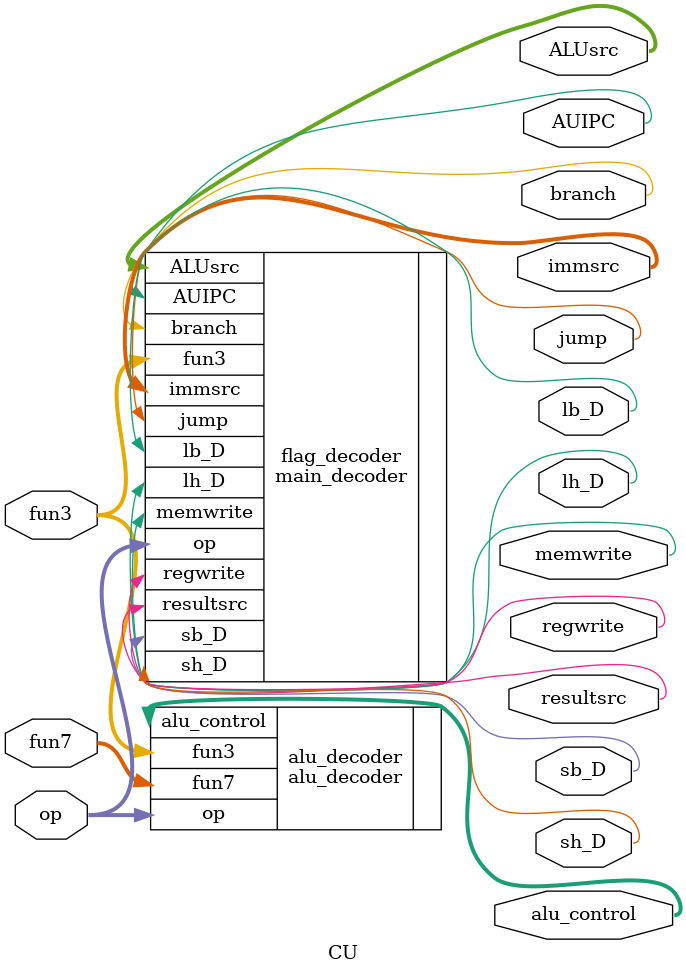
<source format=v>
`timescale 1ns / 1ps
module CU(op,
          fun7,
          fun3,
          alu_control,
          regwrite,
          ALUsrc,
          memwrite,
          resultsrc,
          branch,
          jump,
          immsrc,
          AUIPC,
          sh_D,
          sb_D,
          lh_D,
          lb_D);
input [6:0]op,fun7;
input [2:0]fun3;
output [5:0]alu_control;
output regwrite,
       memwrite,
       resultsrc,
       branch,
       jump,
       AUIPC,
       sh_D,
       sb_D,
       lh_D,
       lb_D;
output [1:0]ALUsrc;       
output [2:0]immsrc;
    main_decoder flag_decoder(.op(op),
                              .fun3(fun3),
                              .regwrite(regwrite),
                              .ALUsrc(ALUsrc),
                              .memwrite(memwrite),
                              .resultsrc(resultsrc),
                              .branch(branch),
                              .jump(jump),
                              .immsrc(immsrc),
                              .AUIPC(AUIPC),
                              .sh_D(sh_D),
                              .sb_D(sb_D),
                              .lh_D(lh_D),
                              .lb_D(lb_D));
    alu_decoder alu_decoder(.op(op),
                            .fun3(fun3),
                            .fun7(fun7),
                            .alu_control(alu_control));
endmodule

</source>
